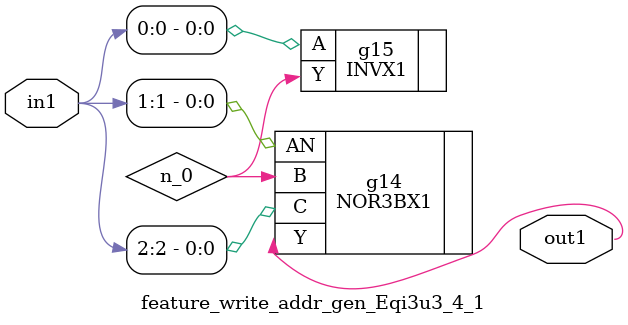
<source format=v>
`timescale 1ps / 1ps


module feature_write_addr_gen_Eqi3u3_4_1(in1, out1);
  input [2:0] in1;
  output out1;
  wire [2:0] in1;
  wire out1;
  wire n_0;
  NOR3BX1 g14(.AN (in1[1]), .B (n_0), .C (in1[2]), .Y (out1));
  INVX1 g15(.A (in1[0]), .Y (n_0));
endmodule



</source>
